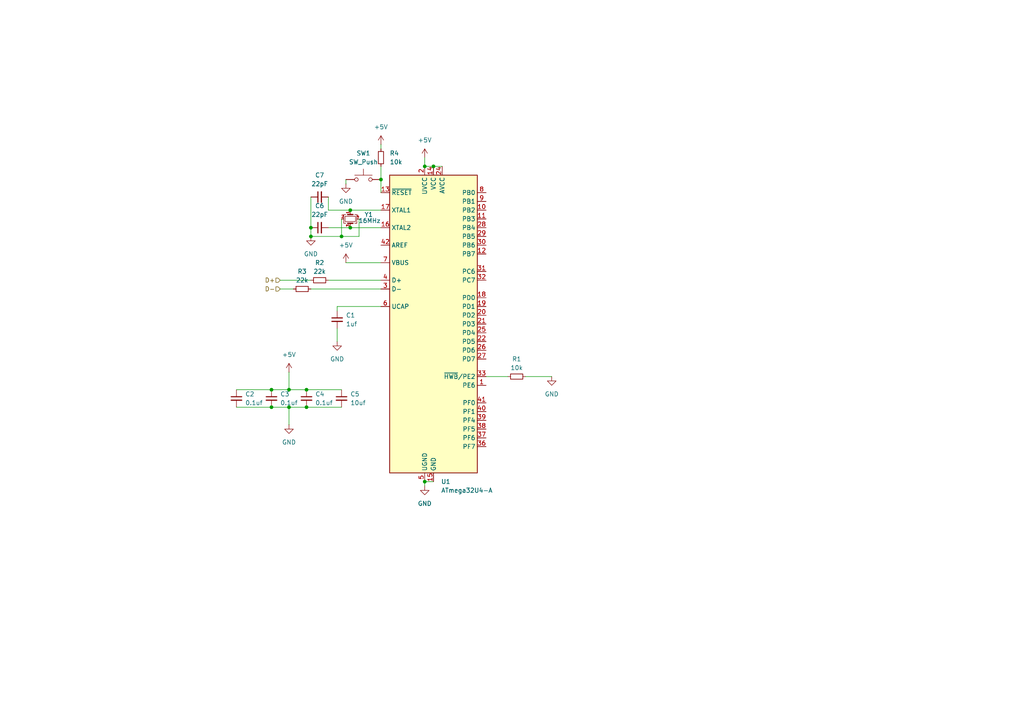
<source format=kicad_sch>
(kicad_sch (version 20231120) (generator "eeschema") (generator_version "8.0")
  (paper "A4")
  (lib_symbols
    (symbol "Device:C_Small" (pin_numbers hide) (pin_names (offset 0.254) hide)
      (property "Reference" "C" (at 0.254 1.778 0))
      (property "Value" "C_Small" (at 0.254 -2.032 0))
      (symbol "C_Small_0_1"
        (polyline (pts (xy -1.524 -0.508) (xy 1.524 -0.508)) (stroke (width 0.3302)))
        (polyline (pts (xy -1.524 0.508) (xy 1.524 0.508)) (stroke (width 0.3048)))
      )
      (symbol "C_Small_1_1"
        (pin passive line (at 0 2.54 270) (length 2.032) (name "~") (number "1"))
        (pin passive line (at 0 -2.54 90) (length 2.032) (name "~") (number "2"))
      )
    )
    (symbol "Device:Crystal_GND24_Small" (pin_names (offset 1.016) hide)
      (property "Reference" "Y" (at 1.27 4.445 0))
      (property "Value" "Crystal_GND24_Small" (at 1.27 2.54 0))
      (symbol "Crystal_GND24_Small_0_1"
        (rectangle (start -0.762 -1.524) (end 0.762 1.524))
        (polyline (pts (xy -1.27 -0.762) (xy -1.27 0.762)) (stroke (width 0.381)))
        (polyline (pts (xy 1.27 -0.762) (xy 1.27 0.762)) (stroke (width 0.381)))
        (polyline (pts (xy -1.27 -1.27) (xy -1.27 -1.905) (xy 1.27 -1.905) (xy 1.27 -1.27)))
        (polyline (pts (xy -1.27 1.27) (xy -1.27 1.905) (xy 1.27 1.905) (xy 1.27 1.27)))
      )
      (symbol "Crystal_GND24_Small_1_1"
        (pin passive line (at -2.54 0 0) (length 1.27) (name "1") (number "1"))
        (pin passive line (at 0 -2.54 90) (length 0.635) (name "2") (number "2"))
        (pin passive line (at 2.54 0 180) (length 1.27) (name "3") (number "3"))
        (pin passive line (at 0 2.54 270) (length 0.635) (name "4") (number "4"))
      )
    )
    (symbol "Device:R_Small" (pin_numbers hide) (pin_names (offset 0.254) hide)
      (property "Reference" "R" (at 0.762 0.508 0))
      (property "Value" "R_Small" (at 0.762 -1.016 0))
      (symbol "R_Small_0_1"
        (rectangle (start -0.762 1.778) (end 0.762 -1.778) (stroke (width 0.2032)))
      )
      (symbol "R_Small_1_1"
        (pin passive line (at 0 2.54 270) (length 0.762) (name "~") (number "1"))
        (pin passive line (at 0 -2.54 90) (length 0.762) (name "~") (number "2"))
      )
    )
    (symbol "MCU_Microchip_ATmega:ATmega32U4-A"
      (property "Reference" "U" (at -12.7 44.45 0))
      (property "Value" "ATmega32U4-A" (at 2.54 -44.45 0))
      (symbol "ATmega32U4-A_0_1"
        (rectangle (start -12.7 -43.18) (end 12.7 43.18) (stroke (width 0.254)) (fill (type background)))
      )
      (symbol "ATmega32U4-A_1_1"
        (pin bidirectional line (at 15.24 -17.78 180) (length 2.54) (name "PE6") (number "1"))
        (pin bidirectional line (at 15.24 33.02 180) (length 2.54) (name "PB2") (number "10"))
        (pin bidirectional line (at 15.24 30.48 180) (length 2.54) (name "PB3") (number "11"))
        (pin bidirectional line (at 15.24 20.32 180) (length 2.54) (name "PB7") (number "12"))
        (pin input line (at -15.24 38.1 0) (length 2.54) (name "~{RESET}") (number "13"))
        (pin power_in line (at 0 45.72 270) (length 2.54) (name "VCC") (number "14"))
        (pin power_in line (at 0 -45.72 90) (length 2.54) (name "GND") (number "15"))
        (pin output line (at -15.24 27.94 0) (length 2.54) (name "XTAL2") (number "16"))
        (pin input line (at -15.24 33.02 0) (length 2.54) (name "XTAL1") (number "17"))
        (pin bidirectional line (at 15.24 7.62 180) (length 2.54) (name "PD0") (number "18"))
        (pin bidirectional line (at 15.24 5.08 180) (length 2.54) (name "PD1") (number "19"))
        (pin power_in line (at -2.54 45.72 270) (length 2.54) (name "UVCC") (number "2"))
        (pin bidirectional line (at 15.24 2.54 180) (length 2.54) (name "PD2") (number "20"))
        (pin bidirectional line (at 15.24 0 180) (length 2.54) (name "PD3") (number "21"))
        (pin bidirectional line (at 15.24 -5.08 180) (length 2.54) (name "PD5") (number "22"))
        (pin passive line (at 0 -45.72 90) (length 2.54) hide (name "GND") (number "23"))
        (pin power_in line (at 2.54 45.72 270) (length 2.54) (name "AVCC") (number "24"))
        (pin bidirectional line (at 15.24 -2.54 180) (length 2.54) (name "PD4") (number "25"))
        (pin bidirectional line (at 15.24 -7.62 180) (length 2.54) (name "PD6") (number "26"))
        (pin bidirectional line (at 15.24 -10.16 180) (length 2.54) (name "PD7") (number "27"))
        (pin bidirectional line (at 15.24 27.94 180) (length 2.54) (name "PB4") (number "28"))
        (pin bidirectional line (at 15.24 25.4 180) (length 2.54) (name "PB5") (number "29"))
        (pin bidirectional line (at -15.24 10.16 0) (length 2.54) (name "D-") (number "3"))
        (pin bidirectional line (at 15.24 22.86 180) (length 2.54) (name "PB6") (number "30"))
        (pin bidirectional line (at 15.24 15.24 180) (length 2.54) (name "PC6") (number "31"))
        (pin bidirectional line (at 15.24 12.7 180) (length 2.54) (name "PC7") (number "32"))
        (pin bidirectional line (at 15.24 -15.24 180) (length 2.54) (name "~{HWB}/PE2") (number "33"))
        (pin passive line (at 0 45.72 270) (length 2.54) hide (name "VCC") (number "34"))
        (pin passive line (at 0 -45.72 90) (length 2.54) hide (name "GND") (number "35"))
        (pin bidirectional line (at 15.24 -35.56 180) (length 2.54) (name "PF7") (number "36"))
        (pin bidirectional line (at 15.24 -33.02 180) (length 2.54) (name "PF6") (number "37"))
        (pin bidirectional line (at 15.24 -30.48 180) (length 2.54) (name "PF5") (number "38"))
        (pin bidirectional line (at 15.24 -27.94 180) (length 2.54) (name "PF4") (number "39"))
        (pin bidirectional line (at -15.24 12.7 0) (length 2.54) (name "D+") (number "4"))
        (pin bidirectional line (at 15.24 -25.4 180) (length 2.54) (name "PF1") (number "40"))
        (pin bidirectional line (at 15.24 -22.86 180) (length 2.54) (name "PF0") (number "41"))
        (pin passive line (at -15.24 22.86 0) (length 2.54) (name "AREF") (number "42"))
        (pin passive line (at 0 -45.72 90) (length 2.54) hide (name "GND") (number "43"))
        (pin passive line (at 2.54 45.72 270) (length 2.54) hide (name "AVCC") (number "44"))
        (pin passive line (at -2.54 -45.72 90) (length 2.54) (name "UGND") (number "5"))
        (pin passive line (at -15.24 5.08 0) (length 2.54) (name "UCAP") (number "6"))
        (pin input line (at -15.24 17.78 0) (length 2.54) (name "VBUS") (number "7"))
        (pin bidirectional line (at 15.24 38.1 180) (length 2.54) (name "PB0") (number "8"))
        (pin bidirectional line (at 15.24 35.56 180) (length 2.54) (name "PB1") (number "9"))
      )
    )
    (symbol "Switch:SW_Push" (pin_numbers hide) (pin_names (offset 1.016) hide)
      (property "Reference" "SW" (at 1.27 2.54 0))
      (property "Value" "SW_Push" (at 0 -1.524 0))
      (symbol "SW_Push_0_1"
        (circle (center -2.032 0) (radius 0.508))
        (polyline (pts (xy 0 1.27) (xy 0 3.048)))
        (polyline (pts (xy 2.54 1.27) (xy -2.54 1.27)))
        (circle (center 2.032 0) (radius 0.508))
        (pin passive line (at -5.08 0 0) (length 2.54) (name "1") (number "1"))
        (pin passive line (at 5.08 0 180) (length 2.54) (name "2") (number "2"))
      )
    )
    (symbol "power:+5V" (power) (pin_numbers hide) (pin_names (offset 0) hide)
      (property "Value" "+5V" (at 0 3.556 0))
      (symbol "+5V_0_1"
        (polyline (pts (xy -0.762 1.27) (xy 0 2.54)))
        (polyline (pts (xy 0 0) (xy 0 2.54)))
        (polyline (pts (xy 0 2.54) (xy 0.762 1.27)))
      )
      (symbol "+5V_1_1"
        (pin power_in line (at 0 0 90) (length 0) (name "~") (number "1"))
      )
    )
    (symbol "power:GND" (power) (pin_numbers hide) (pin_names (offset 0) hide)
      (property "Value" "GND" (at 0 -3.81 0))
      (symbol "GND_0_1"
        (polyline (pts (xy 0 0) (xy 0 -1.27) (xy 1.27 -1.27) (xy 0 -2.54) (xy -1.27 -1.27) (xy 0 -1.27)))
      )
      (symbol "GND_1_1"
        (pin power_in line (at 0 0 270) (length 0) (name "~") (number "1"))
      )
    )
  )
  (junction (at 101.6 60.96))
  (junction (at 78.74 113.03))
  (junction (at 101.6 66.04))
  (junction (at 83.82 113.03))
  (junction (at 123.19 139.7))
  (junction (at 90.17 68.58))
  (junction (at 90.17 66.04))
  (junction (at 99.06 68.58))
  (junction (at 125.73 48.26))
  (junction (at 123.19 48.26))
  (junction (at 78.74 118.11))
  (junction (at 88.9 118.11))
  (junction (at 88.9 113.03))
  (junction (at 83.82 118.11))
  (junction (at 110.49 52.07))
  (wire (pts (xy 110.49 88.9) (xy 97.79 88.9)))
  (wire (pts (xy 83.82 107.95) (xy 83.82 113.03)))
  (wire (pts (xy 95.25 57.15) (xy 95.25 60.96)))
  (wire (pts (xy 95.25 66.04) (xy 101.6 66.04)))
  (wire (pts (xy 81.28 81.28) (xy 90.17 81.28)))
  (wire (pts (xy 140.97 109.22) (xy 147.32 109.22)))
  (wire (pts (xy 88.9 118.11) (xy 99.06 118.11)))
  (wire (pts (xy 83.82 118.11) (xy 83.82 123.19)))
  (wire (pts (xy 78.74 113.03) (xy 68.58 113.03)))
  (wire (pts (xy 99.06 68.58) (xy 104.14 68.58)))
  (wire (pts (xy 125.73 139.7) (xy 123.19 139.7)))
  (wire (pts (xy 100.33 52.07) (xy 100.33 53.34)))
  (wire (pts (xy 123.19 139.7) (xy 123.19 140.97)))
  (wire (pts (xy 101.6 60.96) (xy 110.49 60.96)))
  (wire (pts (xy 83.82 113.03) (xy 88.9 113.03)))
  (wire (pts (xy 95.25 60.96) (xy 101.6 60.96)))
  (wire (pts (xy 81.28 83.82) (xy 85.09 83.82)))
  (wire (pts (xy 123.19 48.26) (xy 123.19 45.72)))
  (wire (pts (xy 90.17 57.15) (xy 90.17 66.04)))
  (wire (pts (xy 104.14 68.58) (xy 104.14 63.5)))
  (wire (pts (xy 125.73 48.26) (xy 123.19 48.26)))
  (wire (pts (xy 78.74 118.11) (xy 83.82 118.11)))
  (wire (pts (xy 128.27 48.26) (xy 125.73 48.26)))
  (wire (pts (xy 90.17 83.82) (xy 110.49 83.82)))
  (wire (pts (xy 110.49 52.07) (xy 110.49 55.88)))
  (wire (pts (xy 83.82 118.11) (xy 88.9 118.11)))
  (wire (pts (xy 90.17 68.58) (xy 99.06 68.58)))
  (wire (pts (xy 68.58 118.11) (xy 78.74 118.11)))
  (wire (pts (xy 110.49 48.26) (xy 110.49 52.07)))
  (wire (pts (xy 99.06 68.58) (xy 99.06 63.5)))
  (wire (pts (xy 101.6 66.04) (xy 110.49 66.04)))
  (wire (pts (xy 100.33 76.2) (xy 110.49 76.2)))
  (wire (pts (xy 97.79 88.9) (xy 97.79 90.17)))
  (wire (pts (xy 97.79 95.25) (xy 97.79 99.06)))
  (wire (pts (xy 152.4 109.22) (xy 160.02 109.22)))
  (wire (pts (xy 95.25 81.28) (xy 110.49 81.28)))
  (wire (pts (xy 110.49 41.91) (xy 110.49 43.18)))
  (wire (pts (xy 83.82 113.03) (xy 78.74 113.03)))
  (wire (pts (xy 90.17 66.04) (xy 90.17 68.58)))
  (wire (pts (xy 88.9 113.03) (xy 99.06 113.03)))
  (hierarchical_label "D-" (shape input) (at 81.28 83.82 180))
  (hierarchical_label "D+" (shape input) (at 81.28 81.28 180))
  (symbol (lib_id "power:GND") (at 90.17 68.58 0) (unit 1)
    (property "Reference" "#PWR08" (effects (hide yes)))
    (property "Value" "GND" (at 90.17 73.66 0))
    (property "Description" "Power symbol creates a global label with name \"GND\" , ground" (effects (hide yes)))
  )
  (symbol (lib_id "Device:C_Small") (at 97.79 92.71 0) (unit 1)
    (property "Reference" "C1" (at 100.33 91.4462 0) (effects (justify left)))
    (property "Value" "1uf" (at 100.33 93.9862 0) (effects (justify left)))
    (property "Description" "Unpolarized capacitor, small symbol" (effects (hide yes)))
  )
  (symbol (lib_id "Device:Crystal_GND24_Small") (at 101.6 63.5 270) (unit 1)
    (property "Reference" "Y1" (at 106.934 62.23 90))
    (property "Value" "16MHz" (at 107.188 64.008 90))
    (property "Description" "Four pin crystal, GND on pins 2 and 4, small symbol" (effects (hide yes)))
  )
  (symbol (lib_id "Device:R_Small") (at 149.86 109.22 90) (unit 1)
    (property "Reference" "R1" (at 149.86 104.14 90))
    (property "Value" "10k" (at 149.86 106.68 90))
    (property "Description" "Resistor, small symbol" (effects (hide yes)))
  )
  (symbol (lib_id "MCU_Microchip_ATmega:ATmega32U4-A") (at 125.73 93.98 0) (unit 1)
    (property "Reference" "U1" (at 127.9241 139.7 0) (effects (justify left)))
    (property "Value" "ATmega32U4-A" (at 127.9241 142.24 0) (effects (justify left)))
    (property "Footprint" "Package_QFP:TQFP-44_10x10mm_P0.8mm" (effects (hide yes)))
    (property "Datasheet" "http://ww1.microchip.com/downloads/en/DeviceDoc/Atmel-7766-8-bit-AVR-ATmega16U4-32U4_Datasheet.pdf" (effects (hide yes)))
    (property "Description" "16MHz, 32kB Flash, 2.5kB SRAM, 1kB EEPROM, USB 2.0, TQFP-44" (effects (hide yes)))
  )
  (symbol (lib_id "power:GND") (at 83.82 123.19 0) (unit 1)
    (property "Reference" "#PWR05" (effects (hide yes)))
    (property "Value" "GND" (at 83.82 128.27 0))
    (property "Description" "Power symbol creates a global label with name \"GND\" , ground" (effects (hide yes)))
  )
  (symbol (lib_id "power:+5V") (at 110.49 41.91 0) (unit 1)
    (property "Reference" "#PWR010" (effects (hide yes)))
    (property "Value" "+5V" (at 110.49 36.83 0))
    (property "Description" "Power symbol creates a global label with name \"+5V\"" (effects (hide yes)))
  )
  (symbol (lib_id "Switch:SW_Push") (at 105.41 52.07 0) (unit 1)
    (property "Reference" "SW1" (at 105.41 44.45 0))
    (property "Value" "SW_Push" (at 105.41 46.99 0))
    (property "Description" "Push button switch, generic, two pins" (effects (hide yes)))
  )
  (symbol (lib_id "power:GND") (at 97.79 99.06 0) (unit 1)
    (property "Reference" "#PWR04" (effects (hide yes)))
    (property "Value" "GND" (at 97.79 104.14 0))
    (property "Description" "Power symbol creates a global label with name \"GND\" , ground" (effects (hide yes)))
  )
  (symbol (lib_id "Device:R_Small") (at 92.71 81.28 90) (unit 1)
    (property "Reference" "R2" (at 92.71 76.2 90))
    (property "Value" "22k" (at 92.71 78.74 90))
    (property "Description" "Resistor, small symbol" (effects (hide yes)))
  )
  (symbol (lib_id "Device:C_Small") (at 92.71 57.15 90) (unit 1)
    (property "Reference" "C7" (at 92.7163 50.8 90))
    (property "Value" "22pF" (at 92.7163 53.34 90))
    (property "Description" "Unpolarized capacitor, small symbol" (effects (hide yes)))
  )
  (symbol (lib_id "Device:R_Small") (at 87.63 83.82 90) (unit 1)
    (property "Reference" "R3" (at 87.63 78.74 90))
    (property "Value" "22k" (at 87.63 81.28 90))
    (property "Description" "Resistor, small symbol" (effects (hide yes)))
  )
  (symbol (lib_id "Device:C_Small") (at 88.9 115.57 0) (unit 1)
    (property "Reference" "C4" (at 91.44 114.3062 0) (effects (justify left)))
    (property "Value" "0.1uf" (at 91.44 116.8462 0) (effects (justify left)))
    (property "Description" "Unpolarized capacitor, small symbol" (effects (hide yes)))
  )
  (symbol (lib_id "Device:R_Small") (at 110.49 45.72 0) (unit 1)
    (property "Reference" "R4" (at 113.03 44.4499 0) (effects (justify left)))
    (property "Value" "10k" (at 113.03 46.9899 0) (effects (justify left)))
    (property "Description" "Resistor, small symbol" (effects (hide yes)))
  )
  (symbol (lib_id "Device:C_Small") (at 78.74 115.57 0) (unit 1)
    (property "Reference" "C3" (at 81.28 114.3062 0) (effects (justify left)))
    (property "Value" "0.1uf" (at 81.28 116.8462 0) (effects (justify left)))
    (property "Description" "Unpolarized capacitor, small symbol" (effects (hide yes)))
  )
  (symbol (lib_id "power:+5V") (at 100.33 76.2 0) (unit 1)
    (property "Reference" "#PWR07" (effects (hide yes)))
    (property "Value" "+5V" (at 100.33 71.12 0))
    (property "Description" "Power symbol creates a global label with name \"+5V\"" (effects (hide yes)))
  )
  (symbol (lib_id "Device:C_Small") (at 92.71 66.04 90) (unit 1)
    (property "Reference" "C6" (at 92.7163 59.69 90))
    (property "Value" "22pF" (at 92.7163 62.23 90))
    (property "Description" "Unpolarized capacitor, small symbol" (effects (hide yes)))
  )
  (symbol (lib_id "power:GND") (at 123.19 140.97 0) (unit 1)
    (property "Reference" "#PWR02" (effects (hide yes)))
    (property "Value" "GND" (at 123.19 146.05 0))
    (property "Description" "Power symbol creates a global label with name \"GND\" , ground" (effects (hide yes)))
  )
  (symbol (lib_id "Device:C_Small") (at 99.06 115.57 0) (unit 1)
    (property "Reference" "C5" (at 101.6 114.3062 0) (effects (justify left)))
    (property "Value" "10uf" (at 101.6 116.8462 0) (effects (justify left)))
    (property "Description" "Unpolarized capacitor, small symbol" (effects (hide yes)))
  )
  (symbol (lib_id "Device:C_Small") (at 68.58 115.57 0) (unit 1)
    (property "Reference" "C2" (at 71.12 114.3062 0) (effects (justify left)))
    (property "Value" "0.1uf" (at 71.12 116.8462 0) (effects (justify left)))
    (property "Description" "Unpolarized capacitor, small symbol" (effects (hide yes)))
  )
  (symbol (lib_id "power:GND") (at 160.02 109.22 0) (unit 1)
    (property "Reference" "#PWR03" (effects (hide yes)))
    (property "Value" "GND" (at 160.02 114.3 0))
    (property "Description" "Power symbol creates a global label with name \"GND\" , ground" (effects (hide yes)))
  )
  (symbol (lib_id "power:GND") (at 100.33 53.34 0) (unit 1)
    (property "Reference" "#PWR09" (effects (hide yes)))
    (property "Value" "GND" (at 100.33 58.42 0))
    (property "Description" "Power symbol creates a global label with name \"GND\" , ground" (effects (hide yes)))
  )
  (symbol (lib_id "power:+5V") (at 123.19 45.72 0) (unit 1)
    (property "Reference" "#PWR01" (effects (hide yes)))
    (property "Value" "+5V" (at 123.19 40.64 0))
    (property "Description" "Power symbol creates a global label with name \"+5V\"" (effects (hide yes)))
  )
  (symbol (lib_id "power:+5V") (at 83.82 107.95 0) (unit 1)
    (property "Reference" "#PWR06" (effects (hide yes)))
    (property "Value" "+5V" (at 83.82 102.87 0))
    (property "Description" "Power symbol creates a global label with name \"+5V\"" (effects (hide yes)))
  )
)
</source>
